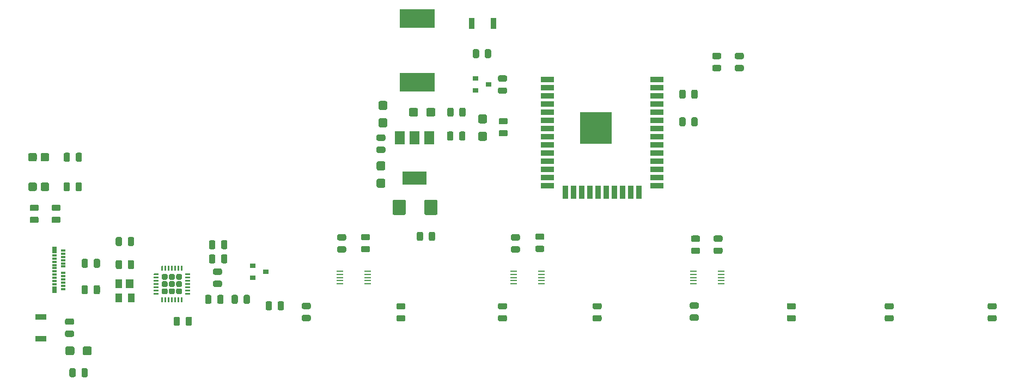
<source format=gtp>
G04 #@! TF.GenerationSoftware,KiCad,Pcbnew,(5.1.9)-1*
G04 #@! TF.CreationDate,2021-01-28T11:08:42-05:00*
G04 #@! TF.ProjectId,Controller,436f6e74-726f-46c6-9c65-722e6b696361,rev?*
G04 #@! TF.SameCoordinates,Original*
G04 #@! TF.FileFunction,Paste,Top*
G04 #@! TF.FilePolarity,Positive*
%FSLAX46Y46*%
G04 Gerber Fmt 4.6, Leading zero omitted, Abs format (unit mm)*
G04 Created by KiCad (PCBNEW (5.1.9)-1) date 2021-01-28 11:08:42*
%MOMM*%
%LPD*%
G01*
G04 APERTURE LIST*
%ADD10R,1.100000X0.250000*%
%ADD11R,1.500000X2.000000*%
%ADD12R,3.800000X2.000000*%
%ADD13R,2.000000X0.900000*%
%ADD14R,0.900000X2.000000*%
%ADD15R,5.000000X5.000000*%
%ADD16R,1.700000X0.900000*%
%ADD17R,0.900000X1.700000*%
%ADD18R,0.900000X0.800000*%
%ADD19R,5.400000X2.900000*%
%ADD20R,0.700000X0.300000*%
%ADD21R,0.700000X1.000000*%
%ADD22R,1.000000X1.400000*%
%ADD23R,1.200000X1.400000*%
G04 APERTURE END LIST*
G36*
G01*
X159556250Y-29750000D02*
X158643750Y-29750000D01*
G75*
G02*
X158400000Y-29506250I0J243750D01*
G01*
X158400000Y-29018750D01*
G75*
G02*
X158643750Y-28775000I243750J0D01*
G01*
X159556250Y-28775000D01*
G75*
G02*
X159800000Y-29018750I0J-243750D01*
G01*
X159800000Y-29506250D01*
G75*
G02*
X159556250Y-29750000I-243750J0D01*
G01*
G37*
G36*
G01*
X159556250Y-31625000D02*
X158643750Y-31625000D01*
G75*
G02*
X158400000Y-31381250I0J243750D01*
G01*
X158400000Y-30893750D01*
G75*
G02*
X158643750Y-30650000I243750J0D01*
G01*
X159556250Y-30650000D01*
G75*
G02*
X159800000Y-30893750I0J-243750D01*
G01*
X159800000Y-31381250D01*
G75*
G02*
X159556250Y-31625000I-243750J0D01*
G01*
G37*
G36*
G01*
X156056250Y-29750000D02*
X155143750Y-29750000D01*
G75*
G02*
X154900000Y-29506250I0J243750D01*
G01*
X154900000Y-29018750D01*
G75*
G02*
X155143750Y-28775000I243750J0D01*
G01*
X156056250Y-28775000D01*
G75*
G02*
X156300000Y-29018750I0J-243750D01*
G01*
X156300000Y-29506250D01*
G75*
G02*
X156056250Y-29750000I-243750J0D01*
G01*
G37*
G36*
G01*
X156056250Y-31625000D02*
X155143750Y-31625000D01*
G75*
G02*
X154900000Y-31381250I0J243750D01*
G01*
X154900000Y-30893750D01*
G75*
G02*
X155143750Y-30650000I243750J0D01*
G01*
X156056250Y-30650000D01*
G75*
G02*
X156300000Y-30893750I0J-243750D01*
G01*
X156300000Y-31381250D01*
G75*
G02*
X156056250Y-31625000I-243750J0D01*
G01*
G37*
D10*
X156250000Y-62700000D03*
X156250000Y-63200000D03*
X156250000Y-63700000D03*
X156250000Y-64200000D03*
X156250000Y-64700000D03*
X151950000Y-64700000D03*
X151950000Y-64200000D03*
X151950000Y-63700000D03*
X151950000Y-63200000D03*
X151950000Y-62700000D03*
X101350000Y-62700000D03*
X101350000Y-63200000D03*
X101350000Y-63700000D03*
X101350000Y-64200000D03*
X101350000Y-64700000D03*
X97050000Y-64700000D03*
X97050000Y-64200000D03*
X97050000Y-63700000D03*
X97050000Y-63200000D03*
X97050000Y-62700000D03*
X128350000Y-62700000D03*
X128350000Y-63200000D03*
X128350000Y-63700000D03*
X128350000Y-64200000D03*
X128350000Y-64700000D03*
X124050000Y-64700000D03*
X124050000Y-64200000D03*
X124050000Y-63700000D03*
X124050000Y-63200000D03*
X124050000Y-62700000D03*
D11*
X110900000Y-41950000D03*
X106300000Y-41950000D03*
X108600000Y-41950000D03*
D12*
X108600000Y-48250000D03*
G36*
G01*
X71570000Y-66065000D02*
X71570000Y-65615000D01*
G75*
G02*
X71795000Y-65390000I225000J0D01*
G01*
X72245000Y-65390000D01*
G75*
G02*
X72470000Y-65615000I0J-225000D01*
G01*
X72470000Y-66065000D01*
G75*
G02*
X72245000Y-66290000I-225000J0D01*
G01*
X71795000Y-66290000D01*
G75*
G02*
X71570000Y-66065000I0J225000D01*
G01*
G37*
G36*
G01*
X71570000Y-64945000D02*
X71570000Y-64495000D01*
G75*
G02*
X71795000Y-64270000I225000J0D01*
G01*
X72245000Y-64270000D01*
G75*
G02*
X72470000Y-64495000I0J-225000D01*
G01*
X72470000Y-64945000D01*
G75*
G02*
X72245000Y-65170000I-225000J0D01*
G01*
X71795000Y-65170000D01*
G75*
G02*
X71570000Y-64945000I0J225000D01*
G01*
G37*
G36*
G01*
X71570000Y-63825000D02*
X71570000Y-63375000D01*
G75*
G02*
X71795000Y-63150000I225000J0D01*
G01*
X72245000Y-63150000D01*
G75*
G02*
X72470000Y-63375000I0J-225000D01*
G01*
X72470000Y-63825000D01*
G75*
G02*
X72245000Y-64050000I-225000J0D01*
G01*
X71795000Y-64050000D01*
G75*
G02*
X71570000Y-63825000I0J225000D01*
G01*
G37*
G36*
G01*
X70450000Y-66065000D02*
X70450000Y-65615000D01*
G75*
G02*
X70675000Y-65390000I225000J0D01*
G01*
X71125000Y-65390000D01*
G75*
G02*
X71350000Y-65615000I0J-225000D01*
G01*
X71350000Y-66065000D01*
G75*
G02*
X71125000Y-66290000I-225000J0D01*
G01*
X70675000Y-66290000D01*
G75*
G02*
X70450000Y-66065000I0J225000D01*
G01*
G37*
G36*
G01*
X70450000Y-64945000D02*
X70450000Y-64495000D01*
G75*
G02*
X70675000Y-64270000I225000J0D01*
G01*
X71125000Y-64270000D01*
G75*
G02*
X71350000Y-64495000I0J-225000D01*
G01*
X71350000Y-64945000D01*
G75*
G02*
X71125000Y-65170000I-225000J0D01*
G01*
X70675000Y-65170000D01*
G75*
G02*
X70450000Y-64945000I0J225000D01*
G01*
G37*
G36*
G01*
X70450000Y-63825000D02*
X70450000Y-63375000D01*
G75*
G02*
X70675000Y-63150000I225000J0D01*
G01*
X71125000Y-63150000D01*
G75*
G02*
X71350000Y-63375000I0J-225000D01*
G01*
X71350000Y-63825000D01*
G75*
G02*
X71125000Y-64050000I-225000J0D01*
G01*
X70675000Y-64050000D01*
G75*
G02*
X70450000Y-63825000I0J225000D01*
G01*
G37*
G36*
G01*
X69330000Y-66065000D02*
X69330000Y-65615000D01*
G75*
G02*
X69555000Y-65390000I225000J0D01*
G01*
X70005000Y-65390000D01*
G75*
G02*
X70230000Y-65615000I0J-225000D01*
G01*
X70230000Y-66065000D01*
G75*
G02*
X70005000Y-66290000I-225000J0D01*
G01*
X69555000Y-66290000D01*
G75*
G02*
X69330000Y-66065000I0J225000D01*
G01*
G37*
G36*
G01*
X69330000Y-64945000D02*
X69330000Y-64495000D01*
G75*
G02*
X69555000Y-64270000I225000J0D01*
G01*
X70005000Y-64270000D01*
G75*
G02*
X70230000Y-64495000I0J-225000D01*
G01*
X70230000Y-64945000D01*
G75*
G02*
X70005000Y-65170000I-225000J0D01*
G01*
X69555000Y-65170000D01*
G75*
G02*
X69330000Y-64945000I0J225000D01*
G01*
G37*
G36*
G01*
X69330000Y-63825000D02*
X69330000Y-63375000D01*
G75*
G02*
X69555000Y-63150000I225000J0D01*
G01*
X70005000Y-63150000D01*
G75*
G02*
X70230000Y-63375000I0J-225000D01*
G01*
X70230000Y-63825000D01*
G75*
G02*
X70005000Y-64050000I-225000J0D01*
G01*
X69555000Y-64050000D01*
G75*
G02*
X69330000Y-63825000I0J225000D01*
G01*
G37*
G36*
G01*
X69275000Y-62607500D02*
X69275000Y-61932500D01*
G75*
G02*
X69337500Y-61870000I62500J0D01*
G01*
X69462500Y-61870000D01*
G75*
G02*
X69525000Y-61932500I0J-62500D01*
G01*
X69525000Y-62607500D01*
G75*
G02*
X69462500Y-62670000I-62500J0D01*
G01*
X69337500Y-62670000D01*
G75*
G02*
X69275000Y-62607500I0J62500D01*
G01*
G37*
G36*
G01*
X69775000Y-62607500D02*
X69775000Y-61932500D01*
G75*
G02*
X69837500Y-61870000I62500J0D01*
G01*
X69962500Y-61870000D01*
G75*
G02*
X70025000Y-61932500I0J-62500D01*
G01*
X70025000Y-62607500D01*
G75*
G02*
X69962500Y-62670000I-62500J0D01*
G01*
X69837500Y-62670000D01*
G75*
G02*
X69775000Y-62607500I0J62500D01*
G01*
G37*
G36*
G01*
X70275000Y-62607500D02*
X70275000Y-61932500D01*
G75*
G02*
X70337500Y-61870000I62500J0D01*
G01*
X70462500Y-61870000D01*
G75*
G02*
X70525000Y-61932500I0J-62500D01*
G01*
X70525000Y-62607500D01*
G75*
G02*
X70462500Y-62670000I-62500J0D01*
G01*
X70337500Y-62670000D01*
G75*
G02*
X70275000Y-62607500I0J62500D01*
G01*
G37*
G36*
G01*
X70775000Y-62607500D02*
X70775000Y-61932500D01*
G75*
G02*
X70837500Y-61870000I62500J0D01*
G01*
X70962500Y-61870000D01*
G75*
G02*
X71025000Y-61932500I0J-62500D01*
G01*
X71025000Y-62607500D01*
G75*
G02*
X70962500Y-62670000I-62500J0D01*
G01*
X70837500Y-62670000D01*
G75*
G02*
X70775000Y-62607500I0J62500D01*
G01*
G37*
G36*
G01*
X71275000Y-62607500D02*
X71275000Y-61932500D01*
G75*
G02*
X71337500Y-61870000I62500J0D01*
G01*
X71462500Y-61870000D01*
G75*
G02*
X71525000Y-61932500I0J-62500D01*
G01*
X71525000Y-62607500D01*
G75*
G02*
X71462500Y-62670000I-62500J0D01*
G01*
X71337500Y-62670000D01*
G75*
G02*
X71275000Y-62607500I0J62500D01*
G01*
G37*
G36*
G01*
X71775000Y-62607500D02*
X71775000Y-61932500D01*
G75*
G02*
X71837500Y-61870000I62500J0D01*
G01*
X71962500Y-61870000D01*
G75*
G02*
X72025000Y-61932500I0J-62500D01*
G01*
X72025000Y-62607500D01*
G75*
G02*
X71962500Y-62670000I-62500J0D01*
G01*
X71837500Y-62670000D01*
G75*
G02*
X71775000Y-62607500I0J62500D01*
G01*
G37*
G36*
G01*
X72275000Y-62607500D02*
X72275000Y-61932500D01*
G75*
G02*
X72337500Y-61870000I62500J0D01*
G01*
X72462500Y-61870000D01*
G75*
G02*
X72525000Y-61932500I0J-62500D01*
G01*
X72525000Y-62607500D01*
G75*
G02*
X72462500Y-62670000I-62500J0D01*
G01*
X72337500Y-62670000D01*
G75*
G02*
X72275000Y-62607500I0J62500D01*
G01*
G37*
G36*
G01*
X72950000Y-63282500D02*
X72950000Y-63157500D01*
G75*
G02*
X73012500Y-63095000I62500J0D01*
G01*
X73687500Y-63095000D01*
G75*
G02*
X73750000Y-63157500I0J-62500D01*
G01*
X73750000Y-63282500D01*
G75*
G02*
X73687500Y-63345000I-62500J0D01*
G01*
X73012500Y-63345000D01*
G75*
G02*
X72950000Y-63282500I0J62500D01*
G01*
G37*
G36*
G01*
X72950000Y-63782500D02*
X72950000Y-63657500D01*
G75*
G02*
X73012500Y-63595000I62500J0D01*
G01*
X73687500Y-63595000D01*
G75*
G02*
X73750000Y-63657500I0J-62500D01*
G01*
X73750000Y-63782500D01*
G75*
G02*
X73687500Y-63845000I-62500J0D01*
G01*
X73012500Y-63845000D01*
G75*
G02*
X72950000Y-63782500I0J62500D01*
G01*
G37*
G36*
G01*
X72950000Y-64282500D02*
X72950000Y-64157500D01*
G75*
G02*
X73012500Y-64095000I62500J0D01*
G01*
X73687500Y-64095000D01*
G75*
G02*
X73750000Y-64157500I0J-62500D01*
G01*
X73750000Y-64282500D01*
G75*
G02*
X73687500Y-64345000I-62500J0D01*
G01*
X73012500Y-64345000D01*
G75*
G02*
X72950000Y-64282500I0J62500D01*
G01*
G37*
G36*
G01*
X72950000Y-64782500D02*
X72950000Y-64657500D01*
G75*
G02*
X73012500Y-64595000I62500J0D01*
G01*
X73687500Y-64595000D01*
G75*
G02*
X73750000Y-64657500I0J-62500D01*
G01*
X73750000Y-64782500D01*
G75*
G02*
X73687500Y-64845000I-62500J0D01*
G01*
X73012500Y-64845000D01*
G75*
G02*
X72950000Y-64782500I0J62500D01*
G01*
G37*
G36*
G01*
X72950000Y-65282500D02*
X72950000Y-65157500D01*
G75*
G02*
X73012500Y-65095000I62500J0D01*
G01*
X73687500Y-65095000D01*
G75*
G02*
X73750000Y-65157500I0J-62500D01*
G01*
X73750000Y-65282500D01*
G75*
G02*
X73687500Y-65345000I-62500J0D01*
G01*
X73012500Y-65345000D01*
G75*
G02*
X72950000Y-65282500I0J62500D01*
G01*
G37*
G36*
G01*
X72950000Y-65782500D02*
X72950000Y-65657500D01*
G75*
G02*
X73012500Y-65595000I62500J0D01*
G01*
X73687500Y-65595000D01*
G75*
G02*
X73750000Y-65657500I0J-62500D01*
G01*
X73750000Y-65782500D01*
G75*
G02*
X73687500Y-65845000I-62500J0D01*
G01*
X73012500Y-65845000D01*
G75*
G02*
X72950000Y-65782500I0J62500D01*
G01*
G37*
G36*
G01*
X72950000Y-66282500D02*
X72950000Y-66157500D01*
G75*
G02*
X73012500Y-66095000I62500J0D01*
G01*
X73687500Y-66095000D01*
G75*
G02*
X73750000Y-66157500I0J-62500D01*
G01*
X73750000Y-66282500D01*
G75*
G02*
X73687500Y-66345000I-62500J0D01*
G01*
X73012500Y-66345000D01*
G75*
G02*
X72950000Y-66282500I0J62500D01*
G01*
G37*
G36*
G01*
X72275000Y-67507500D02*
X72275000Y-66832500D01*
G75*
G02*
X72337500Y-66770000I62500J0D01*
G01*
X72462500Y-66770000D01*
G75*
G02*
X72525000Y-66832500I0J-62500D01*
G01*
X72525000Y-67507500D01*
G75*
G02*
X72462500Y-67570000I-62500J0D01*
G01*
X72337500Y-67570000D01*
G75*
G02*
X72275000Y-67507500I0J62500D01*
G01*
G37*
G36*
G01*
X71775000Y-67507500D02*
X71775000Y-66832500D01*
G75*
G02*
X71837500Y-66770000I62500J0D01*
G01*
X71962500Y-66770000D01*
G75*
G02*
X72025000Y-66832500I0J-62500D01*
G01*
X72025000Y-67507500D01*
G75*
G02*
X71962500Y-67570000I-62500J0D01*
G01*
X71837500Y-67570000D01*
G75*
G02*
X71775000Y-67507500I0J62500D01*
G01*
G37*
G36*
G01*
X71275000Y-67507500D02*
X71275000Y-66832500D01*
G75*
G02*
X71337500Y-66770000I62500J0D01*
G01*
X71462500Y-66770000D01*
G75*
G02*
X71525000Y-66832500I0J-62500D01*
G01*
X71525000Y-67507500D01*
G75*
G02*
X71462500Y-67570000I-62500J0D01*
G01*
X71337500Y-67570000D01*
G75*
G02*
X71275000Y-67507500I0J62500D01*
G01*
G37*
G36*
G01*
X70775000Y-67507500D02*
X70775000Y-66832500D01*
G75*
G02*
X70837500Y-66770000I62500J0D01*
G01*
X70962500Y-66770000D01*
G75*
G02*
X71025000Y-66832500I0J-62500D01*
G01*
X71025000Y-67507500D01*
G75*
G02*
X70962500Y-67570000I-62500J0D01*
G01*
X70837500Y-67570000D01*
G75*
G02*
X70775000Y-67507500I0J62500D01*
G01*
G37*
G36*
G01*
X70275000Y-67507500D02*
X70275000Y-66832500D01*
G75*
G02*
X70337500Y-66770000I62500J0D01*
G01*
X70462500Y-66770000D01*
G75*
G02*
X70525000Y-66832500I0J-62500D01*
G01*
X70525000Y-67507500D01*
G75*
G02*
X70462500Y-67570000I-62500J0D01*
G01*
X70337500Y-67570000D01*
G75*
G02*
X70275000Y-67507500I0J62500D01*
G01*
G37*
G36*
G01*
X69775000Y-67507500D02*
X69775000Y-66832500D01*
G75*
G02*
X69837500Y-66770000I62500J0D01*
G01*
X69962500Y-66770000D01*
G75*
G02*
X70025000Y-66832500I0J-62500D01*
G01*
X70025000Y-67507500D01*
G75*
G02*
X69962500Y-67570000I-62500J0D01*
G01*
X69837500Y-67570000D01*
G75*
G02*
X69775000Y-67507500I0J62500D01*
G01*
G37*
G36*
G01*
X69275000Y-67507500D02*
X69275000Y-66832500D01*
G75*
G02*
X69337500Y-66770000I62500J0D01*
G01*
X69462500Y-66770000D01*
G75*
G02*
X69525000Y-66832500I0J-62500D01*
G01*
X69525000Y-67507500D01*
G75*
G02*
X69462500Y-67570000I-62500J0D01*
G01*
X69337500Y-67570000D01*
G75*
G02*
X69275000Y-67507500I0J62500D01*
G01*
G37*
G36*
G01*
X68050000Y-66282500D02*
X68050000Y-66157500D01*
G75*
G02*
X68112500Y-66095000I62500J0D01*
G01*
X68787500Y-66095000D01*
G75*
G02*
X68850000Y-66157500I0J-62500D01*
G01*
X68850000Y-66282500D01*
G75*
G02*
X68787500Y-66345000I-62500J0D01*
G01*
X68112500Y-66345000D01*
G75*
G02*
X68050000Y-66282500I0J62500D01*
G01*
G37*
G36*
G01*
X68050000Y-65782500D02*
X68050000Y-65657500D01*
G75*
G02*
X68112500Y-65595000I62500J0D01*
G01*
X68787500Y-65595000D01*
G75*
G02*
X68850000Y-65657500I0J-62500D01*
G01*
X68850000Y-65782500D01*
G75*
G02*
X68787500Y-65845000I-62500J0D01*
G01*
X68112500Y-65845000D01*
G75*
G02*
X68050000Y-65782500I0J62500D01*
G01*
G37*
G36*
G01*
X68050000Y-65282500D02*
X68050000Y-65157500D01*
G75*
G02*
X68112500Y-65095000I62500J0D01*
G01*
X68787500Y-65095000D01*
G75*
G02*
X68850000Y-65157500I0J-62500D01*
G01*
X68850000Y-65282500D01*
G75*
G02*
X68787500Y-65345000I-62500J0D01*
G01*
X68112500Y-65345000D01*
G75*
G02*
X68050000Y-65282500I0J62500D01*
G01*
G37*
G36*
G01*
X68050000Y-64782500D02*
X68050000Y-64657500D01*
G75*
G02*
X68112500Y-64595000I62500J0D01*
G01*
X68787500Y-64595000D01*
G75*
G02*
X68850000Y-64657500I0J-62500D01*
G01*
X68850000Y-64782500D01*
G75*
G02*
X68787500Y-64845000I-62500J0D01*
G01*
X68112500Y-64845000D01*
G75*
G02*
X68050000Y-64782500I0J62500D01*
G01*
G37*
G36*
G01*
X68050000Y-64282500D02*
X68050000Y-64157500D01*
G75*
G02*
X68112500Y-64095000I62500J0D01*
G01*
X68787500Y-64095000D01*
G75*
G02*
X68850000Y-64157500I0J-62500D01*
G01*
X68850000Y-64282500D01*
G75*
G02*
X68787500Y-64345000I-62500J0D01*
G01*
X68112500Y-64345000D01*
G75*
G02*
X68050000Y-64282500I0J62500D01*
G01*
G37*
G36*
G01*
X68050000Y-63782500D02*
X68050000Y-63657500D01*
G75*
G02*
X68112500Y-63595000I62500J0D01*
G01*
X68787500Y-63595000D01*
G75*
G02*
X68850000Y-63657500I0J-62500D01*
G01*
X68850000Y-63782500D01*
G75*
G02*
X68787500Y-63845000I-62500J0D01*
G01*
X68112500Y-63845000D01*
G75*
G02*
X68050000Y-63782500I0J62500D01*
G01*
G37*
G36*
G01*
X68050000Y-63282500D02*
X68050000Y-63157500D01*
G75*
G02*
X68112500Y-63095000I62500J0D01*
G01*
X68787500Y-63095000D01*
G75*
G02*
X68850000Y-63157500I0J-62500D01*
G01*
X68850000Y-63282500D01*
G75*
G02*
X68787500Y-63345000I-62500J0D01*
G01*
X68112500Y-63345000D01*
G75*
G02*
X68050000Y-63282500I0J62500D01*
G01*
G37*
D13*
X146300000Y-32945000D03*
X146300000Y-34215000D03*
X146300000Y-35485000D03*
X146300000Y-36755000D03*
X146300000Y-38025000D03*
X146300000Y-39295000D03*
X146300000Y-40565000D03*
X146300000Y-41835000D03*
X146300000Y-43105000D03*
X146300000Y-44375000D03*
X146300000Y-45645000D03*
X146300000Y-46915000D03*
X146300000Y-48185000D03*
X146300000Y-49455000D03*
D14*
X143515000Y-50455000D03*
X142245000Y-50455000D03*
X140975000Y-50455000D03*
X139705000Y-50455000D03*
X138435000Y-50455000D03*
X137165000Y-50455000D03*
X135895000Y-50455000D03*
X134625000Y-50455000D03*
X133355000Y-50455000D03*
X132085000Y-50455000D03*
D13*
X129300000Y-49455000D03*
X129300000Y-48185000D03*
X129300000Y-46915000D03*
X129300000Y-45645000D03*
X129300000Y-44375000D03*
X129300000Y-43105000D03*
X129300000Y-41835000D03*
X129300000Y-40565000D03*
X129300000Y-39295000D03*
X129300000Y-38025000D03*
X129300000Y-36755000D03*
X129300000Y-35485000D03*
X129300000Y-34215000D03*
X129300000Y-32945000D03*
D15*
X136800000Y-40445000D03*
D16*
X50500000Y-69800000D03*
X50500000Y-73200000D03*
D17*
X120900000Y-24200000D03*
X117500000Y-24200000D03*
G36*
G01*
X198856250Y-68650000D02*
X197943750Y-68650000D01*
G75*
G02*
X197700000Y-68406250I0J243750D01*
G01*
X197700000Y-67918750D01*
G75*
G02*
X197943750Y-67675000I243750J0D01*
G01*
X198856250Y-67675000D01*
G75*
G02*
X199100000Y-67918750I0J-243750D01*
G01*
X199100000Y-68406250D01*
G75*
G02*
X198856250Y-68650000I-243750J0D01*
G01*
G37*
G36*
G01*
X198856250Y-70525000D02*
X197943750Y-70525000D01*
G75*
G02*
X197700000Y-70281250I0J243750D01*
G01*
X197700000Y-69793750D01*
G75*
G02*
X197943750Y-69550000I243750J0D01*
G01*
X198856250Y-69550000D01*
G75*
G02*
X199100000Y-69793750I0J-243750D01*
G01*
X199100000Y-70281250D01*
G75*
G02*
X198856250Y-70525000I-243750J0D01*
G01*
G37*
G36*
G01*
X182856250Y-68650000D02*
X181943750Y-68650000D01*
G75*
G02*
X181700000Y-68406250I0J243750D01*
G01*
X181700000Y-67918750D01*
G75*
G02*
X181943750Y-67675000I243750J0D01*
G01*
X182856250Y-67675000D01*
G75*
G02*
X183100000Y-67918750I0J-243750D01*
G01*
X183100000Y-68406250D01*
G75*
G02*
X182856250Y-68650000I-243750J0D01*
G01*
G37*
G36*
G01*
X182856250Y-70525000D02*
X181943750Y-70525000D01*
G75*
G02*
X181700000Y-70281250I0J243750D01*
G01*
X181700000Y-69793750D01*
G75*
G02*
X181943750Y-69550000I243750J0D01*
G01*
X182856250Y-69550000D01*
G75*
G02*
X183100000Y-69793750I0J-243750D01*
G01*
X183100000Y-70281250D01*
G75*
G02*
X182856250Y-70525000I-243750J0D01*
G01*
G37*
G36*
G01*
X137456250Y-68650000D02*
X136543750Y-68650000D01*
G75*
G02*
X136300000Y-68406250I0J243750D01*
G01*
X136300000Y-67918750D01*
G75*
G02*
X136543750Y-67675000I243750J0D01*
G01*
X137456250Y-67675000D01*
G75*
G02*
X137700000Y-67918750I0J-243750D01*
G01*
X137700000Y-68406250D01*
G75*
G02*
X137456250Y-68650000I-243750J0D01*
G01*
G37*
G36*
G01*
X137456250Y-70525000D02*
X136543750Y-70525000D01*
G75*
G02*
X136300000Y-70281250I0J243750D01*
G01*
X136300000Y-69793750D01*
G75*
G02*
X136543750Y-69550000I243750J0D01*
G01*
X137456250Y-69550000D01*
G75*
G02*
X137700000Y-69793750I0J-243750D01*
G01*
X137700000Y-70281250D01*
G75*
G02*
X137456250Y-70525000I-243750J0D01*
G01*
G37*
G36*
G01*
X92256250Y-68612500D02*
X91343750Y-68612500D01*
G75*
G02*
X91100000Y-68368750I0J243750D01*
G01*
X91100000Y-67881250D01*
G75*
G02*
X91343750Y-67637500I243750J0D01*
G01*
X92256250Y-67637500D01*
G75*
G02*
X92500000Y-67881250I0J-243750D01*
G01*
X92500000Y-68368750D01*
G75*
G02*
X92256250Y-68612500I-243750J0D01*
G01*
G37*
G36*
G01*
X92256250Y-70487500D02*
X91343750Y-70487500D01*
G75*
G02*
X91100000Y-70243750I0J243750D01*
G01*
X91100000Y-69756250D01*
G75*
G02*
X91343750Y-69512500I243750J0D01*
G01*
X92256250Y-69512500D01*
G75*
G02*
X92500000Y-69756250I0J-243750D01*
G01*
X92500000Y-70243750D01*
G75*
G02*
X92256250Y-70487500I-243750J0D01*
G01*
G37*
G36*
G01*
X167656250Y-68650000D02*
X166743750Y-68650000D01*
G75*
G02*
X166500000Y-68406250I0J243750D01*
G01*
X166500000Y-67918750D01*
G75*
G02*
X166743750Y-67675000I243750J0D01*
G01*
X167656250Y-67675000D01*
G75*
G02*
X167900000Y-67918750I0J-243750D01*
G01*
X167900000Y-68406250D01*
G75*
G02*
X167656250Y-68650000I-243750J0D01*
G01*
G37*
G36*
G01*
X167656250Y-70525000D02*
X166743750Y-70525000D01*
G75*
G02*
X166500000Y-70281250I0J243750D01*
G01*
X166500000Y-69793750D01*
G75*
G02*
X166743750Y-69550000I243750J0D01*
G01*
X167656250Y-69550000D01*
G75*
G02*
X167900000Y-69793750I0J-243750D01*
G01*
X167900000Y-70281250D01*
G75*
G02*
X167656250Y-70525000I-243750J0D01*
G01*
G37*
G36*
G01*
X122756250Y-68650000D02*
X121843750Y-68650000D01*
G75*
G02*
X121600000Y-68406250I0J243750D01*
G01*
X121600000Y-67918750D01*
G75*
G02*
X121843750Y-67675000I243750J0D01*
G01*
X122756250Y-67675000D01*
G75*
G02*
X123000000Y-67918750I0J-243750D01*
G01*
X123000000Y-68406250D01*
G75*
G02*
X122756250Y-68650000I-243750J0D01*
G01*
G37*
G36*
G01*
X122756250Y-70525000D02*
X121843750Y-70525000D01*
G75*
G02*
X121600000Y-70281250I0J243750D01*
G01*
X121600000Y-69793750D01*
G75*
G02*
X121843750Y-69550000I243750J0D01*
G01*
X122756250Y-69550000D01*
G75*
G02*
X123000000Y-69793750I0J-243750D01*
G01*
X123000000Y-70281250D01*
G75*
G02*
X122756250Y-70525000I-243750J0D01*
G01*
G37*
G36*
G01*
X87350000Y-68556250D02*
X87350000Y-67643750D01*
G75*
G02*
X87593750Y-67400000I243750J0D01*
G01*
X88081250Y-67400000D01*
G75*
G02*
X88325000Y-67643750I0J-243750D01*
G01*
X88325000Y-68556250D01*
G75*
G02*
X88081250Y-68800000I-243750J0D01*
G01*
X87593750Y-68800000D01*
G75*
G02*
X87350000Y-68556250I0J243750D01*
G01*
G37*
G36*
G01*
X85475000Y-68556250D02*
X85475000Y-67643750D01*
G75*
G02*
X85718750Y-67400000I243750J0D01*
G01*
X86206250Y-67400000D01*
G75*
G02*
X86450000Y-67643750I0J-243750D01*
G01*
X86450000Y-68556250D01*
G75*
G02*
X86206250Y-68800000I-243750J0D01*
G01*
X85718750Y-68800000D01*
G75*
G02*
X85475000Y-68556250I0J243750D01*
G01*
G37*
G36*
G01*
X152556250Y-68550000D02*
X151643750Y-68550000D01*
G75*
G02*
X151400000Y-68306250I0J243750D01*
G01*
X151400000Y-67818750D01*
G75*
G02*
X151643750Y-67575000I243750J0D01*
G01*
X152556250Y-67575000D01*
G75*
G02*
X152800000Y-67818750I0J-243750D01*
G01*
X152800000Y-68306250D01*
G75*
G02*
X152556250Y-68550000I-243750J0D01*
G01*
G37*
G36*
G01*
X152556250Y-70425000D02*
X151643750Y-70425000D01*
G75*
G02*
X151400000Y-70181250I0J243750D01*
G01*
X151400000Y-69693750D01*
G75*
G02*
X151643750Y-69450000I243750J0D01*
G01*
X152556250Y-69450000D01*
G75*
G02*
X152800000Y-69693750I0J-243750D01*
G01*
X152800000Y-70181250D01*
G75*
G02*
X152556250Y-70425000I-243750J0D01*
G01*
G37*
G36*
G01*
X106956250Y-68650000D02*
X106043750Y-68650000D01*
G75*
G02*
X105800000Y-68406250I0J243750D01*
G01*
X105800000Y-67918750D01*
G75*
G02*
X106043750Y-67675000I243750J0D01*
G01*
X106956250Y-67675000D01*
G75*
G02*
X107200000Y-67918750I0J-243750D01*
G01*
X107200000Y-68406250D01*
G75*
G02*
X106956250Y-68650000I-243750J0D01*
G01*
G37*
G36*
G01*
X106956250Y-70525000D02*
X106043750Y-70525000D01*
G75*
G02*
X105800000Y-70281250I0J243750D01*
G01*
X105800000Y-69793750D01*
G75*
G02*
X106043750Y-69550000I243750J0D01*
G01*
X106956250Y-69550000D01*
G75*
G02*
X107200000Y-69793750I0J-243750D01*
G01*
X107200000Y-70281250D01*
G75*
G02*
X106956250Y-70525000I-243750J0D01*
G01*
G37*
G36*
G01*
X82050000Y-67556250D02*
X82050000Y-66643750D01*
G75*
G02*
X82293750Y-66400000I243750J0D01*
G01*
X82781250Y-66400000D01*
G75*
G02*
X83025000Y-66643750I0J-243750D01*
G01*
X83025000Y-67556250D01*
G75*
G02*
X82781250Y-67800000I-243750J0D01*
G01*
X82293750Y-67800000D01*
G75*
G02*
X82050000Y-67556250I0J243750D01*
G01*
G37*
G36*
G01*
X80175000Y-67556250D02*
X80175000Y-66643750D01*
G75*
G02*
X80418750Y-66400000I243750J0D01*
G01*
X80906250Y-66400000D01*
G75*
G02*
X81150000Y-66643750I0J-243750D01*
G01*
X81150000Y-67556250D01*
G75*
G02*
X80906250Y-67800000I-243750J0D01*
G01*
X80418750Y-67800000D01*
G75*
G02*
X80175000Y-67556250I0J243750D01*
G01*
G37*
G36*
G01*
X150750000Y-34743750D02*
X150750000Y-35656250D01*
G75*
G02*
X150506250Y-35900000I-243750J0D01*
G01*
X150018750Y-35900000D01*
G75*
G02*
X149775000Y-35656250I0J243750D01*
G01*
X149775000Y-34743750D01*
G75*
G02*
X150018750Y-34500000I243750J0D01*
G01*
X150506250Y-34500000D01*
G75*
G02*
X150750000Y-34743750I0J-243750D01*
G01*
G37*
G36*
G01*
X152625000Y-34743750D02*
X152625000Y-35656250D01*
G75*
G02*
X152381250Y-35900000I-243750J0D01*
G01*
X151893750Y-35900000D01*
G75*
G02*
X151650000Y-35656250I0J243750D01*
G01*
X151650000Y-34743750D01*
G75*
G02*
X151893750Y-34500000I243750J0D01*
G01*
X152381250Y-34500000D01*
G75*
G02*
X152625000Y-34743750I0J-243750D01*
G01*
G37*
G36*
G01*
X150750000Y-39043750D02*
X150750000Y-39956250D01*
G75*
G02*
X150506250Y-40200000I-243750J0D01*
G01*
X150018750Y-40200000D01*
G75*
G02*
X149775000Y-39956250I0J243750D01*
G01*
X149775000Y-39043750D01*
G75*
G02*
X150018750Y-38800000I243750J0D01*
G01*
X150506250Y-38800000D01*
G75*
G02*
X150750000Y-39043750I0J-243750D01*
G01*
G37*
G36*
G01*
X152625000Y-39043750D02*
X152625000Y-39956250D01*
G75*
G02*
X152381250Y-40200000I-243750J0D01*
G01*
X151893750Y-40200000D01*
G75*
G02*
X151650000Y-39956250I0J243750D01*
G01*
X151650000Y-39043750D01*
G75*
G02*
X151893750Y-38800000I243750J0D01*
G01*
X152381250Y-38800000D01*
G75*
G02*
X152625000Y-39043750I0J-243750D01*
G01*
G37*
G36*
G01*
X114650000Y-41243750D02*
X114650000Y-42156250D01*
G75*
G02*
X114406250Y-42400000I-243750J0D01*
G01*
X113918750Y-42400000D01*
G75*
G02*
X113675000Y-42156250I0J243750D01*
G01*
X113675000Y-41243750D01*
G75*
G02*
X113918750Y-41000000I243750J0D01*
G01*
X114406250Y-41000000D01*
G75*
G02*
X114650000Y-41243750I0J-243750D01*
G01*
G37*
G36*
G01*
X116525000Y-41243750D02*
X116525000Y-42156250D01*
G75*
G02*
X116281250Y-42400000I-243750J0D01*
G01*
X115793750Y-42400000D01*
G75*
G02*
X115550000Y-42156250I0J243750D01*
G01*
X115550000Y-41243750D01*
G75*
G02*
X115793750Y-41000000I243750J0D01*
G01*
X116281250Y-41000000D01*
G75*
G02*
X116525000Y-41243750I0J-243750D01*
G01*
G37*
G36*
G01*
X78456250Y-63287500D02*
X77543750Y-63287500D01*
G75*
G02*
X77300000Y-63043750I0J243750D01*
G01*
X77300000Y-62556250D01*
G75*
G02*
X77543750Y-62312500I243750J0D01*
G01*
X78456250Y-62312500D01*
G75*
G02*
X78700000Y-62556250I0J-243750D01*
G01*
X78700000Y-63043750D01*
G75*
G02*
X78456250Y-63287500I-243750J0D01*
G01*
G37*
G36*
G01*
X78456250Y-65162500D02*
X77543750Y-65162500D01*
G75*
G02*
X77300000Y-64918750I0J243750D01*
G01*
X77300000Y-64431250D01*
G75*
G02*
X77543750Y-64187500I243750J0D01*
G01*
X78456250Y-64187500D01*
G75*
G02*
X78700000Y-64431250I0J-243750D01*
G01*
X78700000Y-64918750D01*
G75*
G02*
X78456250Y-65162500I-243750J0D01*
G01*
G37*
G36*
G01*
X121843750Y-34150000D02*
X122756250Y-34150000D01*
G75*
G02*
X123000000Y-34393750I0J-243750D01*
G01*
X123000000Y-34881250D01*
G75*
G02*
X122756250Y-35125000I-243750J0D01*
G01*
X121843750Y-35125000D01*
G75*
G02*
X121600000Y-34881250I0J243750D01*
G01*
X121600000Y-34393750D01*
G75*
G02*
X121843750Y-34150000I243750J0D01*
G01*
G37*
G36*
G01*
X121843750Y-32275000D02*
X122756250Y-32275000D01*
G75*
G02*
X123000000Y-32518750I0J-243750D01*
G01*
X123000000Y-33006250D01*
G75*
G02*
X122756250Y-33250000I-243750J0D01*
G01*
X121843750Y-33250000D01*
G75*
G02*
X121600000Y-33006250I0J243750D01*
G01*
X121600000Y-32518750D01*
G75*
G02*
X121843750Y-32275000I243750J0D01*
G01*
G37*
G36*
G01*
X58750000Y-61956250D02*
X58750000Y-61043750D01*
G75*
G02*
X58993750Y-60800000I243750J0D01*
G01*
X59481250Y-60800000D01*
G75*
G02*
X59725000Y-61043750I0J-243750D01*
G01*
X59725000Y-61956250D01*
G75*
G02*
X59481250Y-62200000I-243750J0D01*
G01*
X58993750Y-62200000D01*
G75*
G02*
X58750000Y-61956250I0J243750D01*
G01*
G37*
G36*
G01*
X56875000Y-61956250D02*
X56875000Y-61043750D01*
G75*
G02*
X57118750Y-60800000I243750J0D01*
G01*
X57606250Y-60800000D01*
G75*
G02*
X57850000Y-61043750I0J-243750D01*
G01*
X57850000Y-61956250D01*
G75*
G02*
X57606250Y-62200000I-243750J0D01*
G01*
X57118750Y-62200000D01*
G75*
G02*
X56875000Y-61956250I0J243750D01*
G01*
G37*
G36*
G01*
X58750000Y-66056250D02*
X58750000Y-65143750D01*
G75*
G02*
X58993750Y-64900000I243750J0D01*
G01*
X59481250Y-64900000D01*
G75*
G02*
X59725000Y-65143750I0J-243750D01*
G01*
X59725000Y-66056250D01*
G75*
G02*
X59481250Y-66300000I-243750J0D01*
G01*
X58993750Y-66300000D01*
G75*
G02*
X58750000Y-66056250I0J243750D01*
G01*
G37*
G36*
G01*
X56875000Y-66056250D02*
X56875000Y-65143750D01*
G75*
G02*
X57118750Y-64900000I243750J0D01*
G01*
X57606250Y-64900000D01*
G75*
G02*
X57850000Y-65143750I0J-243750D01*
G01*
X57850000Y-66056250D01*
G75*
G02*
X57606250Y-66300000I-243750J0D01*
G01*
X57118750Y-66300000D01*
G75*
G02*
X56875000Y-66056250I0J243750D01*
G01*
G37*
G36*
G01*
X63150000Y-57643750D02*
X63150000Y-58556250D01*
G75*
G02*
X62906250Y-58800000I-243750J0D01*
G01*
X62418750Y-58800000D01*
G75*
G02*
X62175000Y-58556250I0J243750D01*
G01*
X62175000Y-57643750D01*
G75*
G02*
X62418750Y-57400000I243750J0D01*
G01*
X62906250Y-57400000D01*
G75*
G02*
X63150000Y-57643750I0J-243750D01*
G01*
G37*
G36*
G01*
X65025000Y-57643750D02*
X65025000Y-58556250D01*
G75*
G02*
X64781250Y-58800000I-243750J0D01*
G01*
X64293750Y-58800000D01*
G75*
G02*
X64050000Y-58556250I0J243750D01*
G01*
X64050000Y-57643750D01*
G75*
G02*
X64293750Y-57400000I243750J0D01*
G01*
X64781250Y-57400000D01*
G75*
G02*
X65025000Y-57643750I0J-243750D01*
G01*
G37*
G36*
G01*
X55050000Y-44543750D02*
X55050000Y-45456250D01*
G75*
G02*
X54806250Y-45700000I-243750J0D01*
G01*
X54318750Y-45700000D01*
G75*
G02*
X54075000Y-45456250I0J243750D01*
G01*
X54075000Y-44543750D01*
G75*
G02*
X54318750Y-44300000I243750J0D01*
G01*
X54806250Y-44300000D01*
G75*
G02*
X55050000Y-44543750I0J-243750D01*
G01*
G37*
G36*
G01*
X56925000Y-44543750D02*
X56925000Y-45456250D01*
G75*
G02*
X56681250Y-45700000I-243750J0D01*
G01*
X56193750Y-45700000D01*
G75*
G02*
X55950000Y-45456250I0J243750D01*
G01*
X55950000Y-44543750D01*
G75*
G02*
X56193750Y-44300000I243750J0D01*
G01*
X56681250Y-44300000D01*
G75*
G02*
X56925000Y-44543750I0J-243750D01*
G01*
G37*
G36*
G01*
X55050000Y-49143750D02*
X55050000Y-50056250D01*
G75*
G02*
X54806250Y-50300000I-243750J0D01*
G01*
X54318750Y-50300000D01*
G75*
G02*
X54075000Y-50056250I0J243750D01*
G01*
X54075000Y-49143750D01*
G75*
G02*
X54318750Y-48900000I243750J0D01*
G01*
X54806250Y-48900000D01*
G75*
G02*
X55050000Y-49143750I0J-243750D01*
G01*
G37*
G36*
G01*
X56925000Y-49143750D02*
X56925000Y-50056250D01*
G75*
G02*
X56681250Y-50300000I-243750J0D01*
G01*
X56193750Y-50300000D01*
G75*
G02*
X55950000Y-50056250I0J243750D01*
G01*
X55950000Y-49143750D01*
G75*
G02*
X56193750Y-48900000I243750J0D01*
G01*
X56681250Y-48900000D01*
G75*
G02*
X56925000Y-49143750I0J-243750D01*
G01*
G37*
G36*
G01*
X77950000Y-67556250D02*
X77950000Y-66643750D01*
G75*
G02*
X78193750Y-66400000I243750J0D01*
G01*
X78681250Y-66400000D01*
G75*
G02*
X78925000Y-66643750I0J-243750D01*
G01*
X78925000Y-67556250D01*
G75*
G02*
X78681250Y-67800000I-243750J0D01*
G01*
X78193750Y-67800000D01*
G75*
G02*
X77950000Y-67556250I0J243750D01*
G01*
G37*
G36*
G01*
X76075000Y-67556250D02*
X76075000Y-66643750D01*
G75*
G02*
X76318750Y-66400000I243750J0D01*
G01*
X76806250Y-66400000D01*
G75*
G02*
X77050000Y-66643750I0J-243750D01*
G01*
X77050000Y-67556250D01*
G75*
G02*
X76806250Y-67800000I-243750J0D01*
G01*
X76318750Y-67800000D01*
G75*
G02*
X76075000Y-67556250I0J243750D01*
G01*
G37*
G36*
G01*
X72150000Y-70043750D02*
X72150000Y-70956250D01*
G75*
G02*
X71906250Y-71200000I-243750J0D01*
G01*
X71418750Y-71200000D01*
G75*
G02*
X71175000Y-70956250I0J243750D01*
G01*
X71175000Y-70043750D01*
G75*
G02*
X71418750Y-69800000I243750J0D01*
G01*
X71906250Y-69800000D01*
G75*
G02*
X72150000Y-70043750I0J-243750D01*
G01*
G37*
G36*
G01*
X74025000Y-70043750D02*
X74025000Y-70956250D01*
G75*
G02*
X73781250Y-71200000I-243750J0D01*
G01*
X73293750Y-71200000D01*
G75*
G02*
X73050000Y-70956250I0J243750D01*
G01*
X73050000Y-70043750D01*
G75*
G02*
X73293750Y-69800000I243750J0D01*
G01*
X73781250Y-69800000D01*
G75*
G02*
X74025000Y-70043750I0J-243750D01*
G01*
G37*
G36*
G01*
X78550000Y-59056250D02*
X78550000Y-58143750D01*
G75*
G02*
X78793750Y-57900000I243750J0D01*
G01*
X79281250Y-57900000D01*
G75*
G02*
X79525000Y-58143750I0J-243750D01*
G01*
X79525000Y-59056250D01*
G75*
G02*
X79281250Y-59300000I-243750J0D01*
G01*
X78793750Y-59300000D01*
G75*
G02*
X78550000Y-59056250I0J243750D01*
G01*
G37*
G36*
G01*
X76675000Y-59056250D02*
X76675000Y-58143750D01*
G75*
G02*
X76918750Y-57900000I243750J0D01*
G01*
X77406250Y-57900000D01*
G75*
G02*
X77650000Y-58143750I0J-243750D01*
G01*
X77650000Y-59056250D01*
G75*
G02*
X77406250Y-59300000I-243750J0D01*
G01*
X76918750Y-59300000D01*
G75*
G02*
X76675000Y-59056250I0J243750D01*
G01*
G37*
G36*
G01*
X78550000Y-61256250D02*
X78550000Y-60343750D01*
G75*
G02*
X78793750Y-60100000I243750J0D01*
G01*
X79281250Y-60100000D01*
G75*
G02*
X79525000Y-60343750I0J-243750D01*
G01*
X79525000Y-61256250D01*
G75*
G02*
X79281250Y-61500000I-243750J0D01*
G01*
X78793750Y-61500000D01*
G75*
G02*
X78550000Y-61256250I0J243750D01*
G01*
G37*
G36*
G01*
X76675000Y-61256250D02*
X76675000Y-60343750D01*
G75*
G02*
X76918750Y-60100000I243750J0D01*
G01*
X77406250Y-60100000D01*
G75*
G02*
X77650000Y-60343750I0J-243750D01*
G01*
X77650000Y-61256250D01*
G75*
G02*
X77406250Y-61500000I-243750J0D01*
G01*
X76918750Y-61500000D01*
G75*
G02*
X76675000Y-61256250I0J243750D01*
G01*
G37*
D18*
X85500000Y-62800000D03*
X83500000Y-63750000D03*
X83500000Y-61850000D03*
X120100000Y-33700000D03*
X118100000Y-34650000D03*
X118100000Y-32750000D03*
D19*
X109000000Y-23450000D03*
X109000000Y-33350000D03*
D20*
X53970000Y-59500000D03*
X53970000Y-60000000D03*
X53970000Y-60500000D03*
X53970000Y-61000000D03*
X53970000Y-61500000D03*
X53970000Y-62000000D03*
X53970000Y-63000000D03*
X53970000Y-63500000D03*
X53970000Y-64000000D03*
X53970000Y-64500000D03*
X53970000Y-65000000D03*
X53970000Y-65500000D03*
D21*
X52670000Y-65600000D03*
D20*
X52670000Y-64750000D03*
X52670000Y-64250000D03*
X52670000Y-63750000D03*
X52670000Y-63250000D03*
X52670000Y-62750000D03*
X52670000Y-62250000D03*
X52670000Y-61750000D03*
X52670000Y-61250000D03*
X52670000Y-60750000D03*
X52670000Y-60250000D03*
D21*
X52670000Y-59400000D03*
D22*
X64550000Y-66900000D03*
X62650000Y-66900000D03*
X62650000Y-64700000D03*
D23*
X64370000Y-64700000D03*
G36*
G01*
X49900000Y-44599999D02*
X49900000Y-45400001D01*
G75*
G02*
X49650001Y-45650000I-249999J0D01*
G01*
X48824999Y-45650000D01*
G75*
G02*
X48575000Y-45400001I0J249999D01*
G01*
X48575000Y-44599999D01*
G75*
G02*
X48824999Y-44350000I249999J0D01*
G01*
X49650001Y-44350000D01*
G75*
G02*
X49900000Y-44599999I0J-249999D01*
G01*
G37*
G36*
G01*
X51825000Y-44599999D02*
X51825000Y-45400001D01*
G75*
G02*
X51575001Y-45650000I-249999J0D01*
G01*
X50749999Y-45650000D01*
G75*
G02*
X50500000Y-45400001I0J249999D01*
G01*
X50500000Y-44599999D01*
G75*
G02*
X50749999Y-44350000I249999J0D01*
G01*
X51575001Y-44350000D01*
G75*
G02*
X51825000Y-44599999I0J-249999D01*
G01*
G37*
G36*
G01*
X49900000Y-49199999D02*
X49900000Y-50000001D01*
G75*
G02*
X49650001Y-50250000I-249999J0D01*
G01*
X48824999Y-50250000D01*
G75*
G02*
X48575000Y-50000001I0J249999D01*
G01*
X48575000Y-49199999D01*
G75*
G02*
X48824999Y-48950000I249999J0D01*
G01*
X49650001Y-48950000D01*
G75*
G02*
X49900000Y-49199999I0J-249999D01*
G01*
G37*
G36*
G01*
X51825000Y-49199999D02*
X51825000Y-50000001D01*
G75*
G02*
X51575001Y-50250000I-249999J0D01*
G01*
X50749999Y-50250000D01*
G75*
G02*
X50500000Y-50000001I0J249999D01*
G01*
X50500000Y-49199999D01*
G75*
G02*
X50749999Y-48950000I249999J0D01*
G01*
X51575001Y-48950000D01*
G75*
G02*
X51825000Y-49199999I0J-249999D01*
G01*
G37*
G36*
G01*
X156256250Y-58150000D02*
X155343750Y-58150000D01*
G75*
G02*
X155100000Y-57906250I0J243750D01*
G01*
X155100000Y-57418750D01*
G75*
G02*
X155343750Y-57175000I243750J0D01*
G01*
X156256250Y-57175000D01*
G75*
G02*
X156500000Y-57418750I0J-243750D01*
G01*
X156500000Y-57906250D01*
G75*
G02*
X156256250Y-58150000I-243750J0D01*
G01*
G37*
G36*
G01*
X156256250Y-60025000D02*
X155343750Y-60025000D01*
G75*
G02*
X155100000Y-59781250I0J243750D01*
G01*
X155100000Y-59293750D01*
G75*
G02*
X155343750Y-59050000I243750J0D01*
G01*
X156256250Y-59050000D01*
G75*
G02*
X156500000Y-59293750I0J-243750D01*
G01*
X156500000Y-59781250D01*
G75*
G02*
X156256250Y-60025000I-243750J0D01*
G01*
G37*
G36*
G01*
X152756250Y-58150000D02*
X151843750Y-58150000D01*
G75*
G02*
X151600000Y-57906250I0J243750D01*
G01*
X151600000Y-57418750D01*
G75*
G02*
X151843750Y-57175000I243750J0D01*
G01*
X152756250Y-57175000D01*
G75*
G02*
X153000000Y-57418750I0J-243750D01*
G01*
X153000000Y-57906250D01*
G75*
G02*
X152756250Y-58150000I-243750J0D01*
G01*
G37*
G36*
G01*
X152756250Y-60025000D02*
X151843750Y-60025000D01*
G75*
G02*
X151600000Y-59781250I0J243750D01*
G01*
X151600000Y-59293750D01*
G75*
G02*
X151843750Y-59050000I243750J0D01*
G01*
X152756250Y-59050000D01*
G75*
G02*
X153000000Y-59293750I0J-243750D01*
G01*
X153000000Y-59781250D01*
G75*
G02*
X152756250Y-60025000I-243750J0D01*
G01*
G37*
G36*
G01*
X101456250Y-57912500D02*
X100543750Y-57912500D01*
G75*
G02*
X100300000Y-57668750I0J243750D01*
G01*
X100300000Y-57181250D01*
G75*
G02*
X100543750Y-56937500I243750J0D01*
G01*
X101456250Y-56937500D01*
G75*
G02*
X101700000Y-57181250I0J-243750D01*
G01*
X101700000Y-57668750D01*
G75*
G02*
X101456250Y-57912500I-243750J0D01*
G01*
G37*
G36*
G01*
X101456250Y-59787500D02*
X100543750Y-59787500D01*
G75*
G02*
X100300000Y-59543750I0J243750D01*
G01*
X100300000Y-59056250D01*
G75*
G02*
X100543750Y-58812500I243750J0D01*
G01*
X101456250Y-58812500D01*
G75*
G02*
X101700000Y-59056250I0J-243750D01*
G01*
X101700000Y-59543750D01*
G75*
G02*
X101456250Y-59787500I-243750J0D01*
G01*
G37*
G36*
G01*
X128556250Y-57850000D02*
X127643750Y-57850000D01*
G75*
G02*
X127400000Y-57606250I0J243750D01*
G01*
X127400000Y-57118750D01*
G75*
G02*
X127643750Y-56875000I243750J0D01*
G01*
X128556250Y-56875000D01*
G75*
G02*
X128800000Y-57118750I0J-243750D01*
G01*
X128800000Y-57606250D01*
G75*
G02*
X128556250Y-57850000I-243750J0D01*
G01*
G37*
G36*
G01*
X128556250Y-59725000D02*
X127643750Y-59725000D01*
G75*
G02*
X127400000Y-59481250I0J243750D01*
G01*
X127400000Y-58993750D01*
G75*
G02*
X127643750Y-58750000I243750J0D01*
G01*
X128556250Y-58750000D01*
G75*
G02*
X128800000Y-58993750I0J-243750D01*
G01*
X128800000Y-59481250D01*
G75*
G02*
X128556250Y-59725000I-243750J0D01*
G01*
G37*
G36*
G01*
X97756250Y-57950000D02*
X96843750Y-57950000D01*
G75*
G02*
X96600000Y-57706250I0J243750D01*
G01*
X96600000Y-57218750D01*
G75*
G02*
X96843750Y-56975000I243750J0D01*
G01*
X97756250Y-56975000D01*
G75*
G02*
X98000000Y-57218750I0J-243750D01*
G01*
X98000000Y-57706250D01*
G75*
G02*
X97756250Y-57950000I-243750J0D01*
G01*
G37*
G36*
G01*
X97756250Y-59825000D02*
X96843750Y-59825000D01*
G75*
G02*
X96600000Y-59581250I0J243750D01*
G01*
X96600000Y-59093750D01*
G75*
G02*
X96843750Y-58850000I243750J0D01*
G01*
X97756250Y-58850000D01*
G75*
G02*
X98000000Y-59093750I0J-243750D01*
G01*
X98000000Y-59581250D01*
G75*
G02*
X97756250Y-59825000I-243750J0D01*
G01*
G37*
G36*
G01*
X124756250Y-57950000D02*
X123843750Y-57950000D01*
G75*
G02*
X123600000Y-57706250I0J243750D01*
G01*
X123600000Y-57218750D01*
G75*
G02*
X123843750Y-56975000I243750J0D01*
G01*
X124756250Y-56975000D01*
G75*
G02*
X125000000Y-57218750I0J-243750D01*
G01*
X125000000Y-57706250D01*
G75*
G02*
X124756250Y-57950000I-243750J0D01*
G01*
G37*
G36*
G01*
X124756250Y-59825000D02*
X123843750Y-59825000D01*
G75*
G02*
X123600000Y-59581250I0J243750D01*
G01*
X123600000Y-59093750D01*
G75*
G02*
X123843750Y-58850000I243750J0D01*
G01*
X124756250Y-58850000D01*
G75*
G02*
X125000000Y-59093750I0J-243750D01*
G01*
X125000000Y-59581250D01*
G75*
G02*
X124756250Y-59825000I-243750J0D01*
G01*
G37*
G36*
G01*
X110450000Y-38425001D02*
X110450000Y-37574999D01*
G75*
G02*
X110699999Y-37325000I249999J0D01*
G01*
X111600001Y-37325000D01*
G75*
G02*
X111850000Y-37574999I0J-249999D01*
G01*
X111850000Y-38425001D01*
G75*
G02*
X111600001Y-38675000I-249999J0D01*
G01*
X110699999Y-38675000D01*
G75*
G02*
X110450000Y-38425001I0J249999D01*
G01*
G37*
G36*
G01*
X107750000Y-38425001D02*
X107750000Y-37574999D01*
G75*
G02*
X107999999Y-37325000I249999J0D01*
G01*
X108900001Y-37325000D01*
G75*
G02*
X109150000Y-37574999I0J-249999D01*
G01*
X109150000Y-38425001D01*
G75*
G02*
X108900001Y-38675000I-249999J0D01*
G01*
X107999999Y-38675000D01*
G75*
G02*
X107750000Y-38425001I0J249999D01*
G01*
G37*
G36*
G01*
X104125001Y-37650000D02*
X103274999Y-37650000D01*
G75*
G02*
X103025000Y-37400001I0J249999D01*
G01*
X103025000Y-36499999D01*
G75*
G02*
X103274999Y-36250000I249999J0D01*
G01*
X104125001Y-36250000D01*
G75*
G02*
X104375000Y-36499999I0J-249999D01*
G01*
X104375000Y-37400001D01*
G75*
G02*
X104125001Y-37650000I-249999J0D01*
G01*
G37*
G36*
G01*
X104125001Y-40350000D02*
X103274999Y-40350000D01*
G75*
G02*
X103025000Y-40100001I0J249999D01*
G01*
X103025000Y-39199999D01*
G75*
G02*
X103274999Y-38950000I249999J0D01*
G01*
X104125001Y-38950000D01*
G75*
G02*
X104375000Y-39199999I0J-249999D01*
G01*
X104375000Y-40100001D01*
G75*
G02*
X104125001Y-40350000I-249999J0D01*
G01*
G37*
G36*
G01*
X110125000Y-53725000D02*
X110125000Y-51875000D01*
G75*
G02*
X110375000Y-51625000I250000J0D01*
G01*
X111950000Y-51625000D01*
G75*
G02*
X112200000Y-51875000I0J-250000D01*
G01*
X112200000Y-53725000D01*
G75*
G02*
X111950000Y-53975000I-250000J0D01*
G01*
X110375000Y-53975000D01*
G75*
G02*
X110125000Y-53725000I0J250000D01*
G01*
G37*
G36*
G01*
X105200000Y-53725000D02*
X105200000Y-51875000D01*
G75*
G02*
X105450000Y-51625000I250000J0D01*
G01*
X107025000Y-51625000D01*
G75*
G02*
X107275000Y-51875000I0J-250000D01*
G01*
X107275000Y-53725000D01*
G75*
G02*
X107025000Y-53975000I-250000J0D01*
G01*
X105450000Y-53975000D01*
G75*
G02*
X105200000Y-53725000I0J250000D01*
G01*
G37*
G36*
G01*
X102943750Y-43350000D02*
X103856250Y-43350000D01*
G75*
G02*
X104100000Y-43593750I0J-243750D01*
G01*
X104100000Y-44081250D01*
G75*
G02*
X103856250Y-44325000I-243750J0D01*
G01*
X102943750Y-44325000D01*
G75*
G02*
X102700000Y-44081250I0J243750D01*
G01*
X102700000Y-43593750D01*
G75*
G02*
X102943750Y-43350000I243750J0D01*
G01*
G37*
G36*
G01*
X102943750Y-41475000D02*
X103856250Y-41475000D01*
G75*
G02*
X104100000Y-41718750I0J-243750D01*
G01*
X104100000Y-42206250D01*
G75*
G02*
X103856250Y-42450000I-243750J0D01*
G01*
X102943750Y-42450000D01*
G75*
G02*
X102700000Y-42206250I0J243750D01*
G01*
X102700000Y-41718750D01*
G75*
G02*
X102943750Y-41475000I243750J0D01*
G01*
G37*
G36*
G01*
X110850000Y-57756250D02*
X110850000Y-56843750D01*
G75*
G02*
X111093750Y-56600000I243750J0D01*
G01*
X111581250Y-56600000D01*
G75*
G02*
X111825000Y-56843750I0J-243750D01*
G01*
X111825000Y-57756250D01*
G75*
G02*
X111581250Y-58000000I-243750J0D01*
G01*
X111093750Y-58000000D01*
G75*
G02*
X110850000Y-57756250I0J243750D01*
G01*
G37*
G36*
G01*
X108975000Y-57756250D02*
X108975000Y-56843750D01*
G75*
G02*
X109218750Y-56600000I243750J0D01*
G01*
X109706250Y-56600000D01*
G75*
G02*
X109950000Y-56843750I0J-243750D01*
G01*
X109950000Y-57756250D01*
G75*
G02*
X109706250Y-58000000I-243750J0D01*
G01*
X109218750Y-58000000D01*
G75*
G02*
X108975000Y-57756250I0J243750D01*
G01*
G37*
G36*
G01*
X102974999Y-48350000D02*
X103825001Y-48350000D01*
G75*
G02*
X104075000Y-48599999I0J-249999D01*
G01*
X104075000Y-49500001D01*
G75*
G02*
X103825001Y-49750000I-249999J0D01*
G01*
X102974999Y-49750000D01*
G75*
G02*
X102725000Y-49500001I0J249999D01*
G01*
X102725000Y-48599999D01*
G75*
G02*
X102974999Y-48350000I249999J0D01*
G01*
G37*
G36*
G01*
X102974999Y-45650000D02*
X103825001Y-45650000D01*
G75*
G02*
X104075000Y-45899999I0J-249999D01*
G01*
X104075000Y-46800001D01*
G75*
G02*
X103825001Y-47050000I-249999J0D01*
G01*
X102974999Y-47050000D01*
G75*
G02*
X102725000Y-46800001I0J249999D01*
G01*
X102725000Y-45899999D01*
G75*
G02*
X102974999Y-45650000I249999J0D01*
G01*
G37*
G36*
G01*
X54543750Y-71950000D02*
X55456250Y-71950000D01*
G75*
G02*
X55700000Y-72193750I0J-243750D01*
G01*
X55700000Y-72681250D01*
G75*
G02*
X55456250Y-72925000I-243750J0D01*
G01*
X54543750Y-72925000D01*
G75*
G02*
X54300000Y-72681250I0J243750D01*
G01*
X54300000Y-72193750D01*
G75*
G02*
X54543750Y-71950000I243750J0D01*
G01*
G37*
G36*
G01*
X54543750Y-70075000D02*
X55456250Y-70075000D01*
G75*
G02*
X55700000Y-70318750I0J-243750D01*
G01*
X55700000Y-70806250D01*
G75*
G02*
X55456250Y-71050000I-243750J0D01*
G01*
X54543750Y-71050000D01*
G75*
G02*
X54300000Y-70806250I0J243750D01*
G01*
X54300000Y-70318750D01*
G75*
G02*
X54543750Y-70075000I243750J0D01*
G01*
G37*
G36*
G01*
X118650000Y-28443750D02*
X118650000Y-29356250D01*
G75*
G02*
X118406250Y-29600000I-243750J0D01*
G01*
X117918750Y-29600000D01*
G75*
G02*
X117675000Y-29356250I0J243750D01*
G01*
X117675000Y-28443750D01*
G75*
G02*
X117918750Y-28200000I243750J0D01*
G01*
X118406250Y-28200000D01*
G75*
G02*
X118650000Y-28443750I0J-243750D01*
G01*
G37*
G36*
G01*
X120525000Y-28443750D02*
X120525000Y-29356250D01*
G75*
G02*
X120281250Y-29600000I-243750J0D01*
G01*
X119793750Y-29600000D01*
G75*
G02*
X119550000Y-29356250I0J243750D01*
G01*
X119550000Y-28443750D01*
G75*
G02*
X119793750Y-28200000I243750J0D01*
G01*
X120281250Y-28200000D01*
G75*
G02*
X120525000Y-28443750I0J-243750D01*
G01*
G37*
G36*
G01*
X115587500Y-38456250D02*
X115587500Y-37543750D01*
G75*
G02*
X115831250Y-37300000I243750J0D01*
G01*
X116318750Y-37300000D01*
G75*
G02*
X116562500Y-37543750I0J-243750D01*
G01*
X116562500Y-38456250D01*
G75*
G02*
X116318750Y-38700000I-243750J0D01*
G01*
X115831250Y-38700000D01*
G75*
G02*
X115587500Y-38456250I0J243750D01*
G01*
G37*
G36*
G01*
X113712500Y-38456250D02*
X113712500Y-37543750D01*
G75*
G02*
X113956250Y-37300000I243750J0D01*
G01*
X114443750Y-37300000D01*
G75*
G02*
X114687500Y-37543750I0J-243750D01*
G01*
X114687500Y-38456250D01*
G75*
G02*
X114443750Y-38700000I-243750J0D01*
G01*
X113956250Y-38700000D01*
G75*
G02*
X113712500Y-38456250I0J243750D01*
G01*
G37*
G36*
G01*
X49956250Y-53350000D02*
X49043750Y-53350000D01*
G75*
G02*
X48800000Y-53106250I0J243750D01*
G01*
X48800000Y-52618750D01*
G75*
G02*
X49043750Y-52375000I243750J0D01*
G01*
X49956250Y-52375000D01*
G75*
G02*
X50200000Y-52618750I0J-243750D01*
G01*
X50200000Y-53106250D01*
G75*
G02*
X49956250Y-53350000I-243750J0D01*
G01*
G37*
G36*
G01*
X49956250Y-55225000D02*
X49043750Y-55225000D01*
G75*
G02*
X48800000Y-54981250I0J243750D01*
G01*
X48800000Y-54493750D01*
G75*
G02*
X49043750Y-54250000I243750J0D01*
G01*
X49956250Y-54250000D01*
G75*
G02*
X50200000Y-54493750I0J-243750D01*
G01*
X50200000Y-54981250D01*
G75*
G02*
X49956250Y-55225000I-243750J0D01*
G01*
G37*
G36*
G01*
X53356250Y-53350000D02*
X52443750Y-53350000D01*
G75*
G02*
X52200000Y-53106250I0J243750D01*
G01*
X52200000Y-52618750D01*
G75*
G02*
X52443750Y-52375000I243750J0D01*
G01*
X53356250Y-52375000D01*
G75*
G02*
X53600000Y-52618750I0J-243750D01*
G01*
X53600000Y-53106250D01*
G75*
G02*
X53356250Y-53350000I-243750J0D01*
G01*
G37*
G36*
G01*
X53356250Y-55225000D02*
X52443750Y-55225000D01*
G75*
G02*
X52200000Y-54981250I0J243750D01*
G01*
X52200000Y-54493750D01*
G75*
G02*
X52443750Y-54250000I243750J0D01*
G01*
X53356250Y-54250000D01*
G75*
G02*
X53600000Y-54493750I0J-243750D01*
G01*
X53600000Y-54981250D01*
G75*
G02*
X53356250Y-55225000I-243750J0D01*
G01*
G37*
G36*
G01*
X64050000Y-62156250D02*
X64050000Y-61243750D01*
G75*
G02*
X64293750Y-61000000I243750J0D01*
G01*
X64781250Y-61000000D01*
G75*
G02*
X65025000Y-61243750I0J-243750D01*
G01*
X65025000Y-62156250D01*
G75*
G02*
X64781250Y-62400000I-243750J0D01*
G01*
X64293750Y-62400000D01*
G75*
G02*
X64050000Y-62156250I0J243750D01*
G01*
G37*
G36*
G01*
X62175000Y-62156250D02*
X62175000Y-61243750D01*
G75*
G02*
X62418750Y-61000000I243750J0D01*
G01*
X62906250Y-61000000D01*
G75*
G02*
X63150000Y-61243750I0J-243750D01*
G01*
X63150000Y-62156250D01*
G75*
G02*
X62906250Y-62400000I-243750J0D01*
G01*
X62418750Y-62400000D01*
G75*
G02*
X62175000Y-62156250I0J243750D01*
G01*
G37*
G36*
G01*
X55750000Y-74674999D02*
X55750000Y-75525001D01*
G75*
G02*
X55500001Y-75775000I-249999J0D01*
G01*
X54599999Y-75775000D01*
G75*
G02*
X54350000Y-75525001I0J249999D01*
G01*
X54350000Y-74674999D01*
G75*
G02*
X54599999Y-74425000I249999J0D01*
G01*
X55500001Y-74425000D01*
G75*
G02*
X55750000Y-74674999I0J-249999D01*
G01*
G37*
G36*
G01*
X58450000Y-74674999D02*
X58450000Y-75525001D01*
G75*
G02*
X58200001Y-75775000I-249999J0D01*
G01*
X57299999Y-75775000D01*
G75*
G02*
X57050000Y-75525001I0J249999D01*
G01*
X57050000Y-74674999D01*
G75*
G02*
X57299999Y-74425000I249999J0D01*
G01*
X58200001Y-74425000D01*
G75*
G02*
X58450000Y-74674999I0J-249999D01*
G01*
G37*
G36*
G01*
X55950000Y-78043750D02*
X55950000Y-78956250D01*
G75*
G02*
X55706250Y-79200000I-243750J0D01*
G01*
X55218750Y-79200000D01*
G75*
G02*
X54975000Y-78956250I0J243750D01*
G01*
X54975000Y-78043750D01*
G75*
G02*
X55218750Y-77800000I243750J0D01*
G01*
X55706250Y-77800000D01*
G75*
G02*
X55950000Y-78043750I0J-243750D01*
G01*
G37*
G36*
G01*
X57825000Y-78043750D02*
X57825000Y-78956250D01*
G75*
G02*
X57581250Y-79200000I-243750J0D01*
G01*
X57093750Y-79200000D01*
G75*
G02*
X56850000Y-78956250I0J243750D01*
G01*
X56850000Y-78043750D01*
G75*
G02*
X57093750Y-77800000I243750J0D01*
G01*
X57581250Y-77800000D01*
G75*
G02*
X57825000Y-78043750I0J-243750D01*
G01*
G37*
G36*
G01*
X119625001Y-39750000D02*
X118774999Y-39750000D01*
G75*
G02*
X118525000Y-39500001I0J249999D01*
G01*
X118525000Y-38599999D01*
G75*
G02*
X118774999Y-38350000I249999J0D01*
G01*
X119625001Y-38350000D01*
G75*
G02*
X119875000Y-38599999I0J-249999D01*
G01*
X119875000Y-39500001D01*
G75*
G02*
X119625001Y-39750000I-249999J0D01*
G01*
G37*
G36*
G01*
X119625001Y-42450000D02*
X118774999Y-42450000D01*
G75*
G02*
X118525000Y-42200001I0J249999D01*
G01*
X118525000Y-41299999D01*
G75*
G02*
X118774999Y-41050000I249999J0D01*
G01*
X119625001Y-41050000D01*
G75*
G02*
X119875000Y-41299999I0J-249999D01*
G01*
X119875000Y-42200001D01*
G75*
G02*
X119625001Y-42450000I-249999J0D01*
G01*
G37*
G36*
G01*
X122856250Y-39887500D02*
X121943750Y-39887500D01*
G75*
G02*
X121700000Y-39643750I0J243750D01*
G01*
X121700000Y-39156250D01*
G75*
G02*
X121943750Y-38912500I243750J0D01*
G01*
X122856250Y-38912500D01*
G75*
G02*
X123100000Y-39156250I0J-243750D01*
G01*
X123100000Y-39643750D01*
G75*
G02*
X122856250Y-39887500I-243750J0D01*
G01*
G37*
G36*
G01*
X122856250Y-41762500D02*
X121943750Y-41762500D01*
G75*
G02*
X121700000Y-41518750I0J243750D01*
G01*
X121700000Y-41031250D01*
G75*
G02*
X121943750Y-40787500I243750J0D01*
G01*
X122856250Y-40787500D01*
G75*
G02*
X123100000Y-41031250I0J-243750D01*
G01*
X123100000Y-41518750D01*
G75*
G02*
X122856250Y-41762500I-243750J0D01*
G01*
G37*
M02*

</source>
